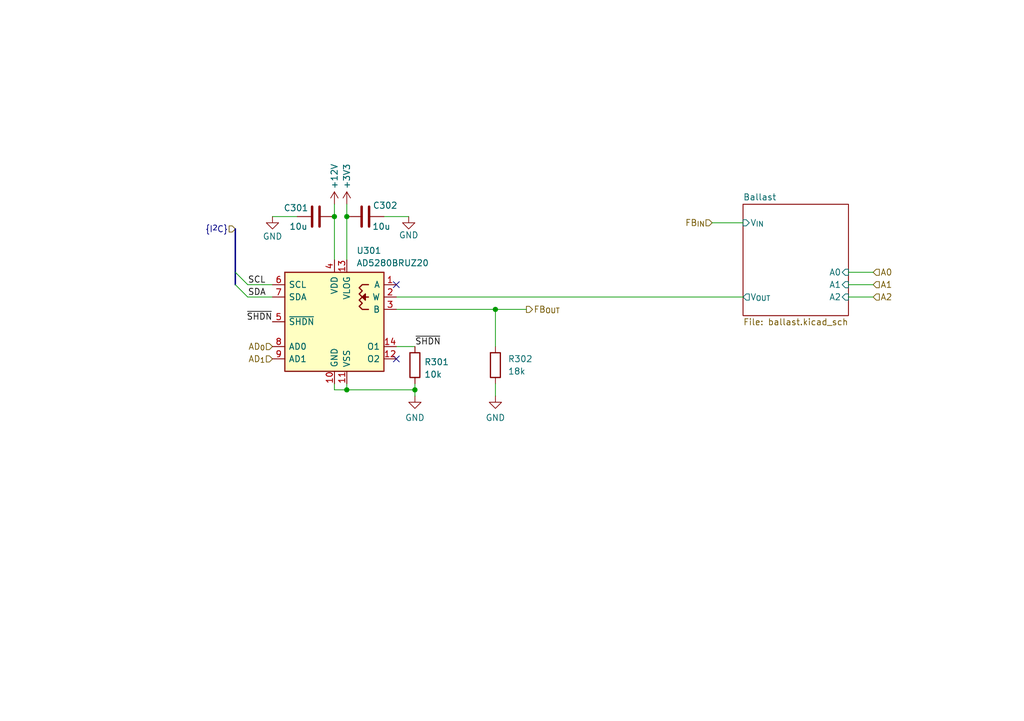
<source format=kicad_sch>
(kicad_sch (version 20250114) (generator "eeschema") (generator_version "9.0")
  (paper "A5")
  (title_block (title "Power supply - low level driver") (date "2024-06-28"))
  (lib_symbols
    (symbol "Device:C" (pin_numbers (hide yes)) (pin_names (offset 0.254))
      (property "Reference" "C" (at 0.635 2.54 0))
      (property "Value" "C" (at 0.635 -2.54 0))
      (symbol "C_0_1"
        (polyline (pts (xy -2.032 0.762) (xy 2.032 0.762)) (stroke (width 0.508)))
        (polyline (pts (xy -2.032 -0.762) (xy 2.032 -0.762)) (stroke (width 0.508)))
      )
      (symbol "C_1_1"
        (pin passive line (at 0 3.81 270) (length 2.794) (name "~") (number "1"))
        (pin passive line (at 0 -3.81 90) (length 2.794) (name "~") (number "2"))
      )
    )
    (symbol "Device:R" (pin_numbers (hide yes)) (pin_names (offset 0))
      (property "Reference" "R" (at 2.032 0 90))
      (property "Value" "R" (at 0 0 90))
      (symbol "R_0_1"
        (rectangle (start -1.016 -2.54) (end 1.016 2.54) (stroke (width 0.254)))
      )
      (symbol "R_1_1"
        (pin passive line (at 0 3.81 270) (length 1.27) (name "~") (number "1"))
        (pin passive line (at 0 -3.81 90) (length 1.27) (name "~") (number "2"))
      )
    )
    (symbol "Potentiometer_Digital:AD5280" (pin_names (offset 0.762))
      (property "Reference" "U" (at -7.62 11.43 0))
      (property "Value" "AD5280" (at 5.588 11.43 0))
      (symbol "AD5280_0_1"
        (rectangle (start -10.16 10.16) (end 10.16 -10.16) (stroke (width 0.254)) (fill (type background)))
        (polyline (pts (xy 6.985 7.62) (xy 5.715 7.62) (xy 5.08 6.985) (xy 5.715 6.35) (xy 5.08 5.715) (xy 5.715 5.08) (xy 5.08 4.445) (xy 5.715 3.81) (xy 5.08 3.175) (xy 5.715 2.54) (xy 6.985 2.54)) (stroke (width 0.254)))
        (polyline (pts (xy 6.985 5.08) (xy 6.35 5.08) (xy 5.715 5.08) (xy 6.35 5.715) (xy 6.35 4.445) (xy 5.715 5.08)) (stroke (width 0.254)) (fill (type outline)))
      )
      (symbol "AD5280_1_1"
        (pin input line (at -12.7 7.62 0) (length 2.54) (name "SCL") (number "6"))
        (pin bidirectional line (at -12.7 5.08 0) (length 2.54) (name "SDA") (number "7"))
        (pin input line (at -12.7 0 0) (length 2.54) (name "~{SHDN}") (number "5"))
        (pin input line (at -12.7 -5.08 0) (length 2.54) (name "AD0") (number "8"))
        (pin input line (at -12.7 -7.62 0) (length 2.54) (name "AD1") (number "9"))
        (pin power_in line (at 0 12.7 270) (length 2.54) (name "VDD") (number "4"))
        (pin power_in line (at 0 -12.7 90) (length 2.54) (name "GND") (number "10"))
        (pin power_in line (at 2.54 12.7 270) (length 2.54) (name "VLOG") (number "13"))
        (pin power_in line (at 2.54 -12.7 90) (length 2.54) (name "VSS") (number "11"))
        (pin passive line (at 12.7 7.62 180) (length 2.54) (name "A") (number "1"))
        (pin passive line (at 12.7 5.08 180) (length 2.54) (name "W") (number "2"))
        (pin passive line (at 12.7 2.54 180) (length 2.54) (name "B") (number "3"))
        (pin output line (at 12.7 -5.08 180) (length 2.54) (name "O1") (number "14"))
        (pin output line (at 12.7 -7.62 180) (length 2.54) (name "O2") (number "12"))
      )
    )
    (symbol "power:+12V" (power) (pin_names (offset 0))
      (property "Value" "+12V" (at 0 3.556 0))
      (symbol "+12V_0_1"
        (polyline (pts (xy -0.762 1.27) (xy 0 2.54)))
        (polyline (pts (xy 0 2.54) (xy 0.762 1.27)))
        (polyline (pts (xy 0 0) (xy 0 2.54)))
      )
      (symbol "+12V_1_1"
        (pin power_in line (at 0 0 90) (length 0) (hide yes) (name "+12V") (number "1"))
      )
    )
    (symbol "power:+3V3" (power) (pin_names (offset 0))
      (property "Value" "+3V3" (at 0 3.556 0))
      (symbol "+3V3_0_1"
        (polyline (pts (xy -0.762 1.27) (xy 0 2.54)))
        (polyline (pts (xy 0 2.54) (xy 0.762 1.27)))
        (polyline (pts (xy 0 0) (xy 0 2.54)))
      )
      (symbol "+3V3_1_1"
        (pin power_in line (at 0 0 90) (length 0) (hide yes) (name "+3V3") (number "1"))
      )
    )
    (symbol "power:GND" (power) (pin_numbers (hide yes)) (pin_names (offset 0) (hide yes))
      (property "Value" "GND" (at 0 -3.81 0))
      (symbol "GND_0_1"
        (polyline (pts (xy 0 0) (xy 0 -1.27) (xy 1.27 -1.27) (xy 0 -2.54) (xy -1.27 -1.27) (xy 0 -1.27)))
      )
      (symbol "GND_1_1"
        (pin power_in line (at 0 0 270) (length 0) (name "~") (number "1"))
      )
    )
  )
  (junction (at 101.6 63.5))
  (junction (at 71.12 44.45))
  (junction (at 71.12 80.01))
  (junction (at 68.58 44.45))
  (junction (at 85.09 80.01))
  (no_connect (at 81.28 58.42))
  (no_connect (at 81.28 73.66))
  (bus_entry (at 48.26 58.42) (size 2.54 2.54))
  (bus_entry (at 48.26 55.88) (size 2.54 2.54))
  (wire (pts (xy 71.12 44.45) (xy 71.12 53.34)))
  (wire (pts (xy 55.88 44.45) (xy 60.96 44.45)))
  (wire (pts (xy 179.07 55.88) (xy 173.99 55.88)))
  (wire (pts (xy 101.6 63.5) (xy 101.6 71.12)))
  (wire (pts (xy 71.12 41.91) (xy 71.12 44.45)))
  (wire (pts (xy 68.58 44.45) (xy 68.58 53.34)))
  (wire (pts (xy 101.6 63.5) (xy 107.95 63.5)))
  (wire (pts (xy 146.05 45.72) (xy 152.4 45.72)))
  (wire (pts (xy 81.28 63.5) (xy 101.6 63.5)))
  (wire (pts (xy 68.58 41.91) (xy 68.58 44.45)))
  (wire (pts (xy 71.12 80.01) (xy 71.12 78.74)))
  (wire (pts (xy 101.6 78.74) (xy 101.6 81.28)))
  (wire (pts (xy 81.28 60.96) (xy 152.4 60.96)))
  (wire (pts (xy 68.58 80.01) (xy 68.58 78.74)))
  (wire (pts (xy 81.28 71.12) (xy 85.09 71.12)))
  (wire (pts (xy 50.8 60.96) (xy 55.88 60.96)))
  (wire (pts (xy 68.58 80.01) (xy 71.12 80.01)))
  (wire (pts (xy 50.8 58.42) (xy 55.88 58.42)))
  (wire (pts (xy 179.07 60.96) (xy 173.99 60.96)))
  (wire (pts (xy 85.09 80.01) (xy 85.09 81.28)))
  (bus (pts (xy 48.26 55.88) (xy 48.26 58.42)))
  (bus (pts (xy 48.26 46.99) (xy 48.26 55.88)))
  (wire (pts (xy 179.07 58.42) (xy 173.99 58.42)))
  (wire (pts (xy 85.09 80.01) (xy 71.12 80.01)))
  (wire (pts (xy 85.09 78.74) (xy 85.09 80.01)))
  (wire (pts (xy 83.82 44.45) (xy 78.74 44.45)))
  (label "~{SHDN}" (at 85.09 71.12 0))
  (label "SDA" (at 50.8 60.96 0))
  (label "SCL" (at 50.8 58.42 0))
  (label "~{SHDN}" (at 55.88 66.04 180))
  (hierarchical_label "AD_{1}" (shape input) (at 55.88 73.66 180))
  (hierarchical_label "A1" (shape input) (at 179.07 58.42 0))
  (hierarchical_label "A0" (shape input) (at 179.07 55.88 0))
  (hierarchical_label "FB_{OUT}" (shape output) (at 107.95 63.5 0))
  (hierarchical_label "AD_{0}" (shape input) (at 55.88 71.12 180))
  (hierarchical_label "A2" (shape input) (at 179.07 60.96 0))
  (hierarchical_label "FB_{IN}" (shape input) (at 146.05 45.72 180))
  (hierarchical_label "{I^{2}C}" (shape input) (at 48.26 46.99 180))
  (symbol (lib_id "power:+12V") (at 68.58 41.91 0) (unit 1)
    (property "Reference" "#PWR0302" (effects (hide yes)))
    (property "Value" "+12V" (at 68.58 36.195 90))
  )
  (symbol (lib_id "Device:C") (at 74.93 44.45 90) (mirror x) (unit 1)
    (property "Reference" "C302" (at 78.994 42.164 90))
    (property "Value" "10u" (at 78.232 46.482 90))
    (property "Description" "Unpolarized capacitor" (effects (hide yes)))
  )
  (symbol (lib_id "Potentiometer_Digital:AD5280") (at 68.58 66.04 0) (unit 1)
    (property "Reference" "U301" (at 73.0759 51.435 0) (effects (justify left)))
    (property "Value" "AD5280BRUZ20" (at 73.0759 53.975 0) (effects (justify left)))
    (property "Footprint" "Package_SO:TSSOP-14_4.4x5mm_P0.65mm" (effects (hide yes)))
    (property "Datasheet" "https://www.analog.com/media/en/technical-documentation/data-sheets/AD5280_5282.pdf" (effects (hide yes)))
  )
  (symbol (lib_id "power:GND") (at 85.09 81.28 0) (unit 1)
    (property "Reference" "#PWR0305" (effects (hide yes)))
    (property "Value" "GND" (at 85.09 85.725 0))
  )
  (symbol (lib_id "power:GND") (at 55.88 44.45 0) (mirror y) (unit 1)
    (property "Reference" "#PWR0301" (effects (hide yes)))
    (property "Value" "GND" (at 53.848 48.514 0) (effects (justify right)))
  )
  (symbol (lib_id "Device:R") (at 101.6 74.93 0) (unit 1)
    (property "Reference" "R302" (at 104.14 73.6599 0) (effects (justify left)))
    (property "Value" "18k" (at 104.14 76.1999 0) (effects (justify left)))
  )
  (symbol (lib_id "power:GND") (at 101.6 81.28 0) (unit 1)
    (property "Reference" "#PWR0306" (effects (hide yes)))
    (property "Value" "GND" (at 101.6 85.725 0))
  )
  (symbol (lib_id "Device:R") (at 85.09 74.93 0) (unit 1)
    (property "Reference" "R301" (at 86.995 74.295 0) (effects (justify left)))
    (property "Value" "10k" (at 86.995 76.835 0) (effects (justify left)))
  )
  (symbol (lib_id "power:+3V3") (at 71.12 41.91 0) (unit 1)
    (property "Reference" "#PWR0303" (effects (hide yes)))
    (property "Value" "+3V3" (at 71.12 36.195 90))
  )
  (symbol (lib_id "Device:C") (at 64.77 44.45 90) (mirror x) (unit 1)
    (property "Reference" "C301" (at 60.706 42.672 90))
    (property "Value" "10u" (at 61.214 46.482 90))
    (property "Description" "Unpolarized capacitor" (effects (hide yes)))
  )
  (symbol (lib_id "power:GND") (at 83.82 44.45 0) (unit 1)
    (property "Reference" "#PWR0304" (effects (hide yes)))
    (property "Value" "GND" (at 83.82 48.26 0))
  )
  (sheet (at 152.4 41.91) (size 21.59 22.86) (stroke (width 0.1524))
    (property "Sheetname" "Ballast" (at 152.4 41.1984 0) (effects (justify left bottom)))
    (property "Sheetfile" "ballast.kicad_sch" (at 152.4 65.3546 0) (effects (justify left top)))
    (pin "A1" input (at 173.99 58.42 0))
    (pin "A2" input (at 173.99 60.96 0))
    (pin "A0" input (at 173.99 55.88 0))
    (pin "V_{IN}" input (at 152.4 45.72 180))
    (pin "V_{OUT}" output (at 152.4 60.96 180))
  )
)
</source>
